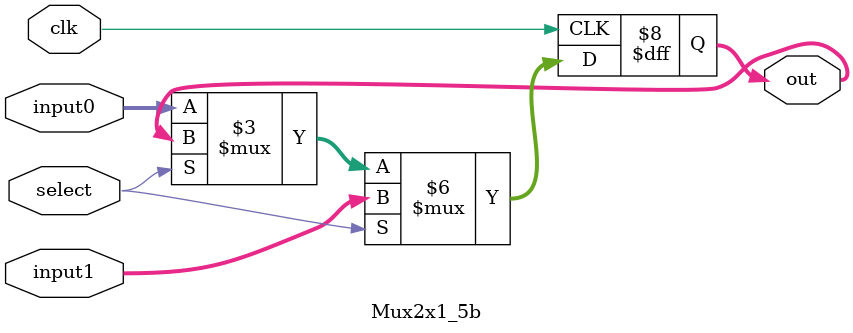
<source format=v>
module Mux2x1_5b (clk, input0, input1, select, out);

    input wire [4:0] input0;
	input wire [4:0] input1;
	input wire clk, select;

    output reg [4:0] out;

	always@(posedge clk)
	begin
	    if (select)
            out <= input1;
		else if (!select)
		    out <= input0;
	end
endmodule

</source>
